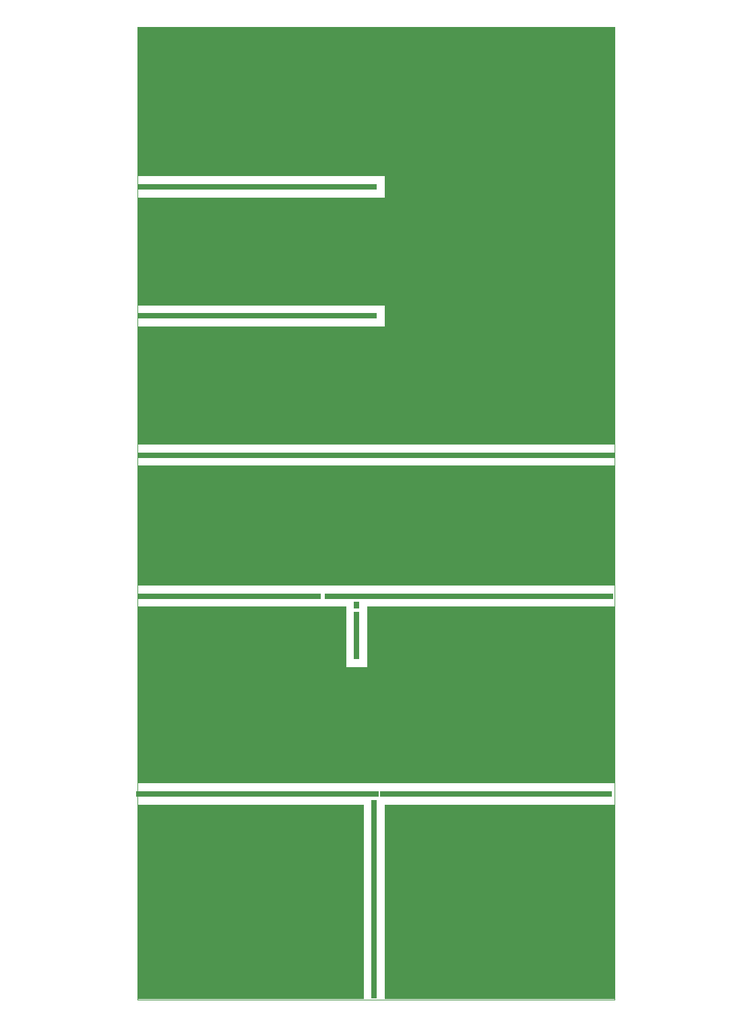
<source format=gbr>
G04 ===== Begin FILE IDENTIFICATION =====*
G04 File Format:  Gerber RS274X*
G04 ===== End FILE IDENTIFICATION =====*
%FSDAX34Y34*%
%MOMM*%
%SFA1.0000B1.0000*%
%OFA0.0B0.0*%
%ADD14R,30.520000X0.635000*%
%ADD15R,23.150000X0.635000*%
%ADD16R,60.000000X15.047500*%
%ADD17R,60.000000X0.635000*%
%ADD18R,36.350000X0.635000*%
%ADD19R,0.635000X5.900000*%
%ADD20R,0.635000X0.900000*%
%ADD21R,0.635000X25.000000*%
%ADD22R,29.250000X0.635000*%
%ADD23R,28.932500X24.482500*%
%ADD24R,28.432500X24.482500*%
%ADD25R,30.000000X0.635000*%
%ADD26C,0.025000*%
%LNcond*%
%IPPOS*%
%LPD*%
G75*
D14*
X-0506000Y0069413D03*
D15*
X-0541600Y0317588D03*
D16*
X-0356600Y0406001D03*
D17*
X-0355600Y0494413D03*
D18*
X-0240100Y0317588D03*
D19*
X-0380850Y0268088D03*
D20*
Y0306088D03*
D21*
X-0359100Y-0062587D03*
D22*
X-0205850Y0069413D03*
D23*
X-0201262Y-0066175D03*
G36*
G01X-0367675Y0304413D02*
G01Y0228588D01*
G01X-0394025D01*
G01Y0304413D01*
G01X-0656600D01*
G01Y0082588D01*
G01X-0056600D01*
G01Y0304413D01*
G01X-0367675D01*
G37*
D24*
X-0514437Y-0066175D03*
D25*
X-0505600Y0669413D03*
Y0831413D03*
G36*
G01X-0656600Y0507588D02*
G01X-0056600D01*
G01Y1032413D01*
G01X-0656600D01*
G01Y0844588D01*
G01X-0345600D01*
G01Y0818238D01*
G01X-0656600D01*
G01Y0682588D01*
G01X-0345600D01*
G01Y0656238D01*
G01X-0656600D01*
G01Y0507588D01*
G37*
D26*
G01X-0056600Y-0188587D02*
G01X-0656600D01*

G01Y1032413D01*

G01X-0056600D01*

G01Y-0188587D01*
M02*


</source>
